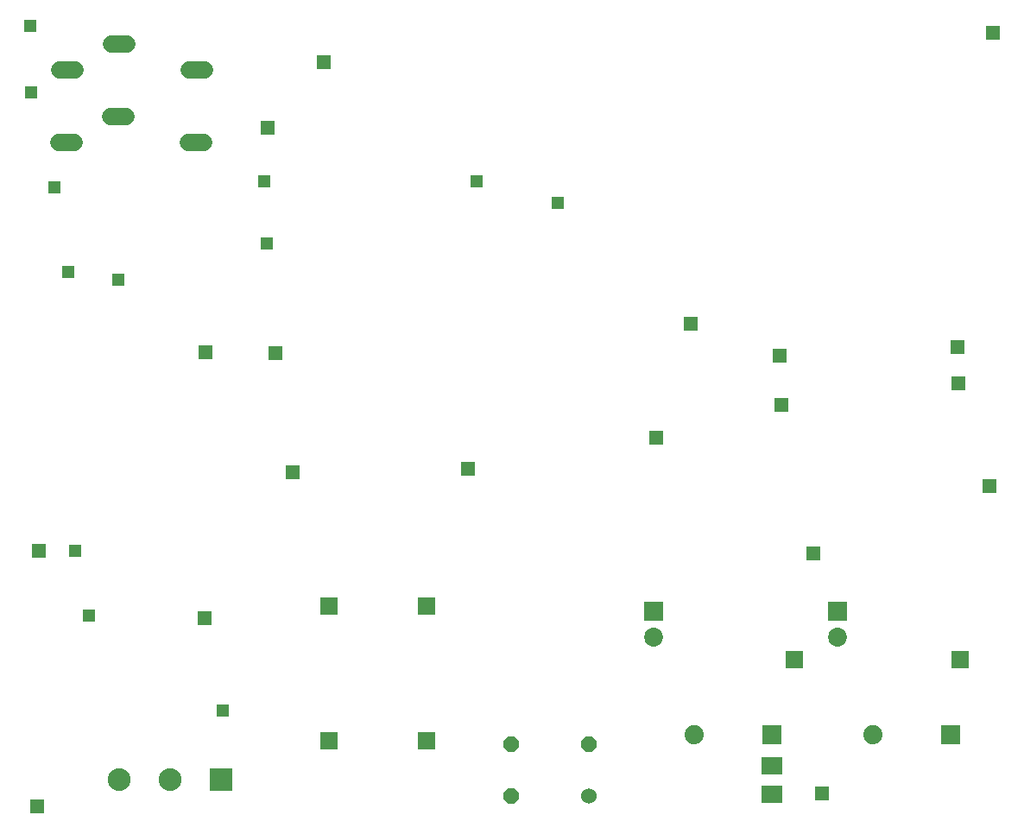
<source format=gbs>
G75*
%MOIN*%
%OFA0B0*%
%FSLAX24Y24*%
%IPPOS*%
%LPD*%
%AMOC8*
5,1,8,0,0,1.08239X$1,22.5*
%
%ADD10R,0.0880X0.0880*%
%ADD11C,0.0880*%
%ADD12C,0.0740*%
%ADD13R,0.0730X0.0730*%
%ADD14C,0.0600*%
%ADD15OC8,0.0600*%
%ADD16C,0.0730*%
%ADD17R,0.0789X0.0710*%
%ADD18C,0.0680*%
%ADD19R,0.0671X0.0671*%
%ADD20R,0.0476X0.0476*%
%ADD21R,0.0580X0.0580*%
D10*
X008937Y001995D03*
D11*
X006969Y001995D03*
X005000Y001995D03*
D12*
X027205Y003719D03*
X034099Y003719D03*
D13*
X037099Y003719D03*
X032721Y008515D03*
X030205Y003719D03*
X025634Y008515D03*
D14*
X023126Y001357D03*
D15*
X023126Y003357D03*
X020126Y003357D03*
X020126Y001357D03*
D16*
X025634Y007515D03*
X032721Y007515D03*
D17*
X030201Y002542D03*
X030201Y001440D03*
D18*
X008267Y026601D02*
X007667Y026601D01*
X005267Y027601D02*
X004667Y027601D01*
X003267Y026601D02*
X002667Y026601D01*
X002675Y029389D02*
X003275Y029389D01*
X004675Y030389D02*
X005275Y030389D01*
X007675Y029389D02*
X008275Y029389D01*
D19*
X013075Y008684D03*
X016854Y008684D03*
X016854Y003487D03*
X013075Y003487D03*
X031067Y006637D03*
X037445Y006637D03*
D20*
X021921Y024255D03*
X018795Y025089D03*
X010595Y025097D03*
X010697Y022692D03*
X004957Y021298D03*
X003036Y021589D03*
X002484Y024881D03*
X001583Y028523D03*
X001571Y031086D03*
X003303Y010818D03*
X003811Y008349D03*
X009000Y004664D03*
D21*
X001831Y000956D03*
X008295Y008243D03*
X001890Y010837D03*
X011012Y018475D03*
X008339Y018503D03*
X011681Y013873D03*
X018457Y013991D03*
X025709Y015211D03*
X030555Y016479D03*
X030477Y018369D03*
X027051Y019589D03*
X037366Y018684D03*
X037406Y017306D03*
X038587Y013330D03*
X031776Y010731D03*
X032130Y001479D03*
X010721Y027168D03*
X012886Y029696D03*
X038709Y030818D03*
M02*

</source>
